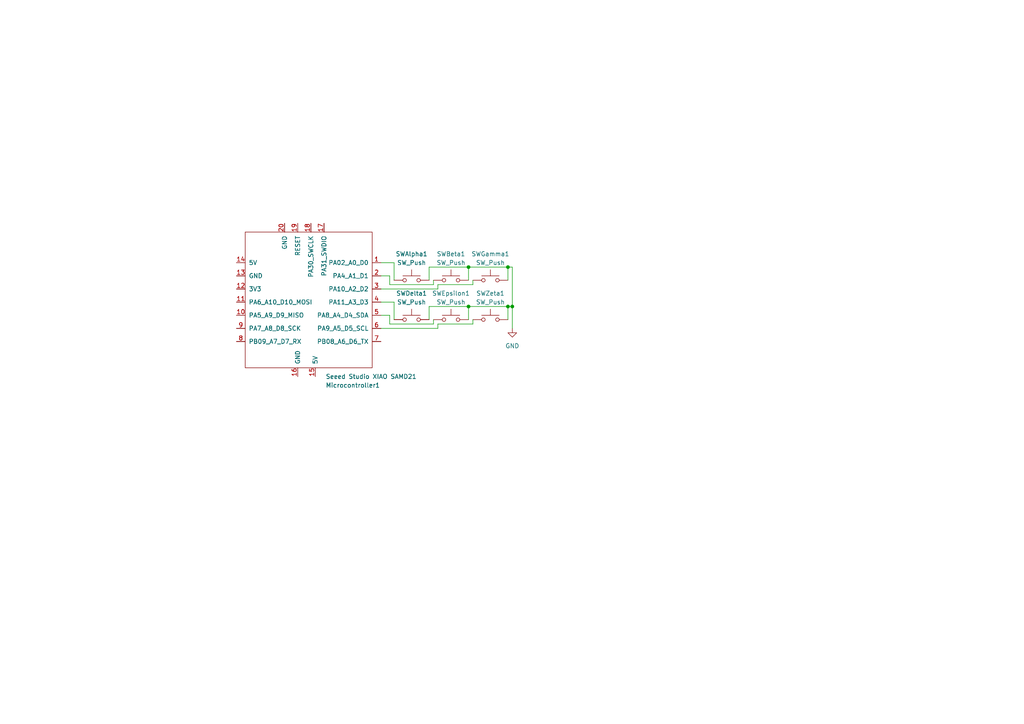
<source format=kicad_sch>
(kicad_sch (version 20231120) (generator "eeschema") (generator_version "8.0")
  (paper "A4")
  (lib_symbols
    (symbol "Seeed_Studio_XIAO_Series:Seeed Studio XIAO SAMD21" (pin_names (offset 1.016))
      (property "Reference" "U" (at -19.05 22.86 0))
      (property "Value" "Seeed Studio XIAO SAMD21" (at -12.7 21.59 0))
      (symbol "Seeed Studio XIAO SAMD21_0_1"
        (rectangle (start -19.05 20.32) (end 17.78 -19.05))
      )
      (symbol "Seeed Studio XIAO SAMD21_1_1"
        (pin unspecified line (at -21.59 11.43 0) (length 2.54) (name "PA02_A0_D0") (number "1"))
        (pin unspecified line (at 20.32 -3.81 180) (length 2.54) (name "PA5_A9_D9_MISO") (number "10"))
        (pin unspecified line (at 20.32 0 180) (length 2.54) (name "PA6_A10_D10_MOSI") (number "11"))
        (pin unspecified line (at 20.32 3.81 180) (length 2.54) (name "3V3") (number "12"))
        (pin unspecified line (at 20.32 7.62 180) (length 2.54) (name "GND") (number "13"))
        (pin unspecified line (at 20.32 11.43 180) (length 2.54) (name "5V") (number "14"))
        (pin input line (at -2.54 -21.59 90) (length 2.54) (name "5V") (number "15"))
        (pin input line (at 2.54 -21.59 90) (length 2.54) (name "GND") (number "16"))
        (pin input line (at -5.08 22.86 270) (length 2.54) (name "PA31_SWDIO") (number "17"))
        (pin input line (at -1.27 22.86 270) (length 2.54) (name "PA30_SWCLK") (number "18"))
        (pin input line (at 2.54 22.86 270) (length 2.54) (name "RESET") (number "19"))
        (pin unspecified line (at -21.59 7.62 0) (length 2.54) (name "PA4_A1_D1") (number "2"))
        (pin input line (at 6.35 22.86 270) (length 2.54) (name "GND") (number "20"))
        (pin unspecified line (at -21.59 3.81 0) (length 2.54) (name "PA10_A2_D2") (number "3"))
        (pin unspecified line (at -21.59 0 0) (length 2.54) (name "PA11_A3_D3") (number "4"))
        (pin unspecified line (at -21.59 -3.81 0) (length 2.54) (name "PA8_A4_D4_SDA") (number "5"))
        (pin unspecified line (at -21.59 -7.62 0) (length 2.54) (name "PA9_A5_D5_SCL") (number "6"))
        (pin unspecified line (at -21.59 -11.43 0) (length 2.54) (name "PB08_A6_D6_TX") (number "7"))
        (pin unspecified line (at 20.32 -11.43 180) (length 2.54) (name "PB09_A7_D7_RX") (number "8"))
        (pin unspecified line (at 20.32 -7.62 180) (length 2.54) (name "PA7_A8_D8_SCK") (number "9"))
      )
    )
    (symbol "Switch:SW_Push" (pin_numbers hide) (pin_names (offset 1.016) hide)
      (property "Reference" "SW" (at 1.27 2.54 0))
      (property "Value" "SW_Push" (at 0 -1.524 0))
      (symbol "SW_Push_0_1"
        (circle (center -2.032 0) (radius 0.508))
        (polyline (pts (xy 0 1.27) (xy 0 3.048)))
        (polyline (pts (xy 2.54 1.27) (xy -2.54 1.27)))
        (circle (center 2.032 0) (radius 0.508))
        (pin passive line (at -5.08 0 0) (length 2.54) (name "1") (number "1"))
        (pin passive line (at 5.08 0 180) (length 2.54) (name "2") (number "2"))
      )
    )
    (symbol "power:GND" (power) (pin_numbers hide) (pin_names (offset 0) hide)
      (property "Value" "GND" (at 0 -3.81 0))
      (symbol "GND_0_1"
        (polyline (pts (xy 0 0) (xy 0 -1.27) (xy 1.27 -1.27) (xy 0 -2.54) (xy -1.27 -1.27) (xy 0 -1.27)))
      )
      (symbol "GND_1_1"
        (pin power_in line (at 0 0 270) (length 0) (name "~") (number "1"))
      )
    )
  )
  (junction (at 148.59 88.9))
  (junction (at 147.32 88.9))
  (junction (at 135.89 88.9))
  (junction (at 135.89 77.47))
  (junction (at 147.32 77.47))
  (wire (pts (xy 137.16 92.71) (xy 137.16 93.98)))
  (wire (pts (xy 113.03 93.98) (xy 113.03 91.44)))
  (wire (pts (xy 137.16 93.98) (xy 127 93.98)))
  (wire (pts (xy 147.32 88.9) (xy 135.89 88.9)))
  (wire (pts (xy 125.73 81.28) (xy 125.73 82.55)))
  (wire (pts (xy 127 93.98) (xy 127 95.25)))
  (wire (pts (xy 127 82.55) (xy 127 83.82)))
  (wire (pts (xy 137.16 81.28) (xy 137.16 82.55)))
  (wire (pts (xy 135.89 88.9) (xy 124.46 88.9)))
  (wire (pts (xy 148.59 77.47) (xy 147.32 77.47)))
  (wire (pts (xy 114.3 92.71) (xy 114.3 87.63)))
  (wire (pts (xy 127 83.82) (xy 110.49 83.82)))
  (wire (pts (xy 125.73 92.71) (xy 125.73 93.98)))
  (wire (pts (xy 147.32 88.9) (xy 147.32 92.71)))
  (wire (pts (xy 137.16 82.55) (xy 127 82.55)))
  (wire (pts (xy 125.73 93.98) (xy 113.03 93.98)))
  (wire (pts (xy 124.46 77.47) (xy 124.46 81.28)))
  (wire (pts (xy 125.73 82.55) (xy 113.03 82.55)))
  (wire (pts (xy 147.32 77.47) (xy 135.89 77.47)))
  (wire (pts (xy 148.59 88.9) (xy 147.32 88.9)))
  (wire (pts (xy 113.03 91.44) (xy 110.49 91.44)))
  (wire (pts (xy 113.03 82.55) (xy 113.03 80.01)))
  (wire (pts (xy 114.3 76.2) (xy 110.49 76.2)))
  (wire (pts (xy 114.3 87.63) (xy 110.49 87.63)))
  (wire (pts (xy 135.89 77.47) (xy 135.89 81.28)))
  (wire (pts (xy 147.32 77.47) (xy 147.32 81.28)))
  (wire (pts (xy 110.49 95.25) (xy 127 95.25)))
  (wire (pts (xy 148.59 95.25) (xy 148.59 88.9)))
  (wire (pts (xy 124.46 88.9) (xy 124.46 92.71)))
  (wire (pts (xy 114.3 81.28) (xy 114.3 76.2)))
  (wire (pts (xy 135.89 77.47) (xy 124.46 77.47)))
  (wire (pts (xy 113.03 80.01) (xy 110.49 80.01)))
  (wire (pts (xy 135.89 88.9) (xy 135.89 92.71)))
  (wire (pts (xy 148.59 88.9) (xy 148.59 77.47)))
  (symbol (lib_id "power:GND") (at 148.59 95.25 0) (unit 1)
    (property "Reference" "#PWR02" (effects (hide yes)))
    (property "Value" "GND" (at 148.59 100.33 0))
    (property "Description" "Power symbol creates a global label with name \"GND\" , ground" (effects (hide yes)))
  )
  (symbol (lib_id "Seeed_Studio_XIAO_Series:Seeed Studio XIAO SAMD21") (at 88.9 87.63 0) (mirror y) (unit 1)
    (property "Reference" "Microcontroller1" (at 94.4565 111.76 0) (effects (justify right)))
    (property "Value" "Seeed Studio XIAO SAMD21" (at 94.4565 109.22 0) (effects (justify right)))
    (property "Footprint" "AnishLaha-26 HackPadSTEAMWorkshop main Seeed Studio XIAO Series Library:XIAO-Generic-Thruhole-14P-2.54-21X17.8MM" (effects (hide yes)))
  )
  (symbol (lib_id "Switch:SW_Push") (at 119.38 92.71 0) (unit 1)
    (property "Reference" "SWDelta1" (at 119.38 85.09 0))
    (property "Value" "SW_Push" (at 119.38 87.63 0))
    (property "Footprint" "Button_Switch_Keyboard:SW_Cherry_MX_1.00u_PCB" (effects (hide yes)))
    (property "Description" "Push button switch, generic, two pins" (effects (hide yes)))
  )
  (symbol (lib_id "Switch:SW_Push") (at 142.24 81.28 0) (unit 1)
    (property "Reference" "SWGamma1" (at 142.24 73.66 0))
    (property "Value" "SW_Push" (at 142.24 76.2 0))
    (property "Footprint" "Button_Switch_Keyboard:SW_Cherry_MX_1.00u_PCB" (effects (hide yes)))
    (property "Description" "Push button switch, generic, two pins" (effects (hide yes)))
  )
  (symbol (lib_id "Switch:SW_Push") (at 142.24 92.71 0) (unit 1)
    (property "Reference" "SWZeta1" (at 142.24 85.09 0))
    (property "Value" "SW_Push" (at 142.24 87.63 0))
    (property "Footprint" "Button_Switch_Keyboard:SW_Cherry_MX_1.00u_PCB" (effects (hide yes)))
    (property "Description" "Push button switch, generic, two pins" (effects (hide yes)))
  )
  (symbol (lib_id "Switch:SW_Push") (at 130.81 92.71 0) (unit 1)
    (property "Reference" "SWEpsilon1" (at 130.81 85.09 0))
    (property "Value" "SW_Push" (at 130.81 87.63 0))
    (property "Footprint" "Button_Switch_Keyboard:SW_Cherry_MX_1.00u_PCB" (effects (hide yes)))
    (property "Description" "Push button switch, generic, two pins" (effects (hide yes)))
  )
  (symbol (lib_id "Switch:SW_Push") (at 119.38 81.28 0) (unit 1)
    (property "Reference" "SWAlpha1" (at 119.38 73.66 0))
    (property "Value" "SW_Push" (at 119.38 76.2 0))
    (property "Footprint" "Button_Switch_Keyboard:SW_Cherry_MX_1.00u_PCB" (effects (hide yes)))
    (property "Description" "Push button switch, generic, two pins" (effects (hide yes)))
  )
  (symbol (lib_id "Switch:SW_Push") (at 130.81 81.28 0) (unit 1)
    (property "Reference" "SWBeta1" (at 130.81 73.66 0))
    (property "Value" "SW_Push" (at 130.81 76.2 0))
    (property "Footprint" "Button_Switch_Keyboard:SW_Cherry_MX_1.00u_PCB" (effects (hide yes)))
    (property "Description" "Push button switch, generic, two pins" (effects (hide yes)))
  )
)
</source>
